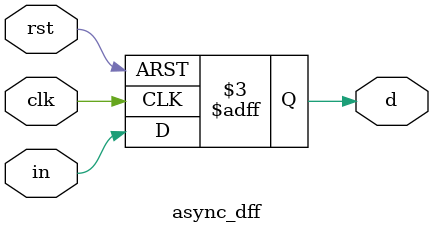
<source format=v>
module async_dff #(parameter WIDTH=1)(
    input wire rst, clk, 
    input wire [WIDTH-1:0] in,
    output reg [WIDTH-1:0] d
);

always @(posedge clk or negedge rst) begin
    if (!rst) begin
        d <= {WIDTH{1'b0}};
    end
    else begin
        d <= in;
    end 
end

endmodule
</source>
